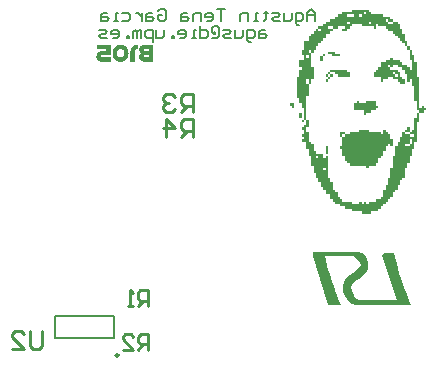
<source format=gbo>
%FSLAX44Y44*%
%MOMM*%
G71*
G01*
G75*
G04 Layer_Color=32896*
%ADD10C,0.2540*%
%ADD11R,0.6500X0.9000*%
%ADD12R,0.8000X0.9000*%
%ADD13C,1.2000*%
%ADD14C,0.8000*%
%ADD15C,0.7000*%
%ADD16C,0.2000*%
%ADD17C,1.4000*%
%ADD18C,2.0000*%
%ADD19R,2.0000X2.0000*%
%ADD20C,1.5240*%
%ADD21R,1.0000X1.0000*%
%ADD22C,1.0000*%
%ADD23C,1.6000*%
%ADD24R,1.6000X1.6000*%
%ADD25C,1.2000*%
%ADD26C,0.8000*%
%ADD27O,0.6000X2.2000*%
%ADD28R,0.9000X0.8000*%
%ADD29C,0.5000*%
%ADD30C,0.2500*%
%ADD31C,0.0250*%
%ADD32C,0.4000*%
%ADD33C,0.1500*%
%ADD34R,0.8000X2.8000*%
%ADD35R,0.8532X1.1032*%
%ADD36R,1.0032X1.1032*%
%ADD37C,1.6032*%
%ADD38C,2.2032*%
%ADD39R,2.2032X2.2032*%
%ADD40C,1.7272*%
%ADD41R,1.2032X1.2032*%
%ADD42C,1.2032*%
%ADD43C,1.8032*%
%ADD44R,1.8032X1.8032*%
%ADD45C,1.4032*%
%ADD46C,1.0032*%
%ADD47O,0.8032X2.4032*%
%ADD48R,1.1032X1.0032*%
G36*
X1178Y229370D02*
X-854D01*
Y233434D01*
X1178D01*
Y229370D01*
D02*
G37*
G36*
X92618Y217178D02*
X88554D01*
Y219210D01*
X90586D01*
Y221242D01*
X92618D01*
Y217178D01*
D02*
G37*
G36*
X72298D02*
X74330D01*
Y215146D01*
X76362D01*
Y211082D01*
X78394D01*
X78394Y204986D01*
X76362Y204986D01*
Y207018D01*
X74330D01*
Y204986D01*
X72298Y204986D01*
Y200922D01*
X70266D01*
Y196858D01*
X68234D01*
X68234Y194826D01*
X66202D01*
Y190762D01*
X64170D01*
Y188730D01*
X58074D01*
Y186698D01*
X56042D01*
X56042Y188730D01*
X41818D01*
Y190762D01*
X39786D01*
Y192794D01*
X37754D01*
X37754Y196858D01*
X35722Y196858D01*
Y202954D01*
X33690Y202954D01*
Y204986D01*
X35722Y204986D01*
Y213114D01*
X37754D01*
Y215146D01*
X41818D01*
X41818Y217178D01*
X49946D01*
Y219210D01*
X58074D01*
X58074Y217178D01*
X68234D01*
X68234Y215146D01*
X70266D01*
Y219210D01*
X72298D01*
Y217178D01*
D02*
G37*
G36*
X49946Y241562D02*
X56042D01*
Y243594D01*
X64170D01*
Y239530D01*
X66202D01*
Y237498D01*
X64170D01*
Y235466D01*
X60106D01*
Y233434D01*
X56042D01*
Y231402D01*
X54010D01*
Y235466D01*
X45882D01*
Y241562D01*
X47914D01*
Y243594D01*
X49946D01*
Y241562D01*
D02*
G37*
G36*
X39786Y267978D02*
X41818D01*
Y263914D01*
X31658D01*
Y265946D01*
X29626D01*
Y267978D01*
X25562D01*
Y270010D01*
X39786D01*
Y267978D01*
D02*
G37*
G36*
X23530Y263914D02*
X25562D01*
Y261882D01*
X23530D01*
Y259850D01*
X21498D01*
Y261882D01*
X23530D01*
Y263914D01*
X21498D01*
Y265946D01*
X23530D01*
Y263914D01*
D02*
G37*
G36*
X-4918Y237498D02*
X-6950D01*
Y239530D01*
X-8982D01*
Y241562D01*
X-4918D01*
Y237498D01*
D02*
G37*
G36*
X-137603Y287440D02*
X-137969Y287416D01*
X-138287Y287391D01*
X-138580Y287342D01*
X-138824Y287269D01*
X-139019Y287196D01*
X-139165Y287147D01*
X-139263Y287123D01*
X-139287Y287098D01*
X-139507Y286952D01*
X-139678Y286805D01*
X-139800Y286635D01*
X-139898Y286464D01*
X-139946Y286317D01*
X-139971Y286195D01*
Y286098D01*
Y286073D01*
Y276700D01*
X-143706D01*
Y286049D01*
X-143681Y286513D01*
X-143632Y286928D01*
X-143535Y287318D01*
X-143437Y287635D01*
X-143339Y287904D01*
X-143242Y288099D01*
X-143193Y288221D01*
X-143168Y288270D01*
X-142949Y288612D01*
X-142729Y288929D01*
X-142485Y289198D01*
X-142265Y289417D01*
X-142070Y289613D01*
X-141924Y289735D01*
X-141826Y289832D01*
X-141777Y289857D01*
X-141460Y290101D01*
X-141118Y290296D01*
X-140776Y290467D01*
X-140483Y290589D01*
X-140215Y290687D01*
X-140020Y290784D01*
X-139873Y290809D01*
X-139849Y290833D01*
X-139824D01*
X-139409Y290955D01*
X-139019Y291028D01*
X-138628Y291102D01*
X-138311Y291126D01*
X-138018Y291150D01*
X-137798Y291175D01*
X-137603D01*
Y287440D01*
D02*
G37*
G36*
X-151443Y291150D02*
X-150906Y291102D01*
X-150394Y291004D01*
X-149906Y290882D01*
X-149466Y290760D01*
X-149075Y290589D01*
X-148709Y290443D01*
X-148368Y290272D01*
X-148075Y290101D01*
X-147831Y289930D01*
X-147611Y289759D01*
X-147440Y289637D01*
X-147294Y289515D01*
X-147196Y289417D01*
X-147147Y289368D01*
X-147123Y289344D01*
X-146830Y288978D01*
X-146561Y288587D01*
X-146317Y288172D01*
X-146122Y287733D01*
X-145951Y287294D01*
X-145805Y286854D01*
X-145707Y286415D01*
X-145609Y285976D01*
X-145536Y285585D01*
X-145463Y285194D01*
X-145438Y284853D01*
X-145390Y284560D01*
Y284316D01*
X-145365Y284121D01*
Y284023D01*
Y283974D01*
Y283901D01*
X-145390Y283242D01*
X-145438Y282631D01*
X-145536Y282070D01*
X-145658Y281533D01*
X-145805Y281021D01*
X-145976Y280557D01*
X-146171Y280142D01*
X-146415Y279727D01*
X-146635Y279385D01*
X-146903Y279043D01*
X-147172Y278726D01*
X-147465Y278458D01*
X-147757Y278213D01*
X-148075Y277994D01*
X-148685Y277603D01*
X-149295Y277310D01*
X-149906Y277091D01*
X-150467Y276920D01*
X-150979Y276822D01*
X-151394Y276749D01*
X-151565Y276724D01*
X-151712D01*
X-151834Y276700D01*
X-152151D01*
X-152761Y276724D01*
X-153323Y276773D01*
X-153860Y276871D01*
X-154348Y277017D01*
X-154812Y277164D01*
X-155227Y277359D01*
X-155617Y277579D01*
X-155983Y277823D01*
X-156325Y278091D01*
X-156643Y278360D01*
X-156911Y278677D01*
X-157179Y278970D01*
X-157619Y279629D01*
X-157961Y280313D01*
X-158229Y280972D01*
X-158449Y281631D01*
X-158595Y282241D01*
X-158693Y282778D01*
X-158717Y283022D01*
X-158742Y283242D01*
X-158766Y283437D01*
X-158791Y283584D01*
Y283730D01*
Y283828D01*
Y283876D01*
Y283901D01*
Y283974D01*
X-158766Y284633D01*
X-158717Y285243D01*
X-158620Y285805D01*
X-158498Y286342D01*
X-158327Y286854D01*
X-158156Y287318D01*
X-157961Y287733D01*
X-157741Y288148D01*
X-157497Y288490D01*
X-157228Y288832D01*
X-156960Y289149D01*
X-156667Y289417D01*
X-156374Y289661D01*
X-156057Y289905D01*
X-155446Y290272D01*
X-154812Y290564D01*
X-154226Y290784D01*
X-153665Y290955D01*
X-153152Y291053D01*
X-152737Y291126D01*
X-152566Y291150D01*
X-152420D01*
X-152298Y291175D01*
X-152029D01*
X-151443Y291150D01*
D02*
G37*
G36*
X-160475Y282094D02*
X-168115D01*
X-168335Y282046D01*
X-168481Y281972D01*
X-168603Y281899D01*
X-168627Y281850D01*
X-168750Y281655D01*
X-168798Y281460D01*
X-168823Y281313D01*
Y281289D01*
Y281265D01*
X-168798Y281045D01*
X-168725Y280874D01*
X-168652Y280752D01*
X-168627Y280728D01*
Y280703D01*
X-168554Y280606D01*
X-168457Y280557D01*
X-168310Y280459D01*
X-168164Y280435D01*
X-160475D01*
Y276700D01*
X-168115D01*
X-168481Y276724D01*
X-168798Y276749D01*
X-169116Y276798D01*
X-169384Y276871D01*
X-169604Y276944D01*
X-169775Y276993D01*
X-169872Y277017D01*
X-169921Y277042D01*
X-170214Y277188D01*
X-170483Y277335D01*
X-170727Y277505D01*
X-170946Y277652D01*
X-171117Y277774D01*
X-171239Y277896D01*
X-171313Y277969D01*
X-171337Y277994D01*
X-171557Y278238D01*
X-171728Y278482D01*
X-171874Y278726D01*
X-172020Y278970D01*
X-172118Y279165D01*
X-172191Y279312D01*
X-172216Y279434D01*
X-172240Y279458D01*
X-172338Y279776D01*
X-172435Y280093D01*
X-172484Y280386D01*
X-172509Y280679D01*
X-172533Y280923D01*
X-172557Y281094D01*
Y281216D01*
Y281265D01*
Y281655D01*
X-172509Y281997D01*
X-172386Y282656D01*
X-172191Y283217D01*
X-171996Y283706D01*
X-171898Y283901D01*
X-171801Y284072D01*
X-171703Y284242D01*
X-171605Y284365D01*
X-171532Y284462D01*
X-171483Y284535D01*
X-171459Y284560D01*
X-171435Y284584D01*
X-171215Y284804D01*
X-170971Y284999D01*
X-170702Y285170D01*
X-170434Y285317D01*
X-169897Y285536D01*
X-169360Y285683D01*
X-168872Y285756D01*
X-168652Y285780D01*
X-168481Y285805D01*
X-168335Y285829D01*
X-164234D01*
Y287440D01*
X-172069D01*
Y291175D01*
X-160475D01*
Y282094D01*
D02*
G37*
G36*
X-124300Y276700D02*
X-131525D01*
X-131989Y276724D01*
X-132428Y276749D01*
X-132819Y276822D01*
X-133136Y276895D01*
X-133405Y276944D01*
X-133600Y277017D01*
X-133722Y277042D01*
X-133771Y277066D01*
X-134113Y277213D01*
X-134405Y277359D01*
X-134650Y277530D01*
X-134869Y277676D01*
X-135040Y277823D01*
X-135162Y277920D01*
X-135235Y277994D01*
X-135260Y278018D01*
X-135455Y278262D01*
X-135626Y278482D01*
X-135772Y278702D01*
X-135894Y278921D01*
X-135968Y279092D01*
X-136041Y279239D01*
X-136090Y279336D01*
Y279361D01*
X-136187Y279653D01*
X-136236Y279922D01*
X-136285Y280166D01*
X-136334Y280386D01*
Y280581D01*
X-136358Y280728D01*
Y280825D01*
Y280850D01*
X-136334Y281118D01*
X-136309Y281387D01*
X-136285Y281484D01*
Y281558D01*
X-136261Y281606D01*
Y281631D01*
X-136163Y281948D01*
X-136065Y282216D01*
X-136017Y282339D01*
X-135992Y282412D01*
X-135943Y282461D01*
Y282485D01*
X-135772Y282802D01*
X-135626Y283071D01*
X-135553Y283169D01*
X-135479Y283242D01*
X-135455Y283291D01*
X-135431Y283315D01*
X-135187Y283584D01*
X-134943Y283803D01*
X-134820Y283876D01*
X-134747Y283950D01*
X-134698Y283974D01*
X-134674Y283998D01*
X-134967Y284218D01*
X-135211Y284438D01*
X-135309Y284535D01*
X-135382Y284609D01*
X-135406Y284633D01*
X-135431Y284657D01*
X-135650Y284950D01*
X-135797Y285219D01*
X-135846Y285317D01*
X-135894Y285390D01*
X-135919Y285439D01*
Y285463D01*
X-136041Y285756D01*
X-136114Y286024D01*
X-136139Y286122D01*
Y286195D01*
X-136163Y286244D01*
Y286269D01*
X-136212Y286561D01*
X-136236Y286805D01*
Y286903D01*
Y286976D01*
Y287001D01*
Y287025D01*
X-136212Y287367D01*
X-136187Y287709D01*
X-136114Y288002D01*
X-136065Y288246D01*
X-135992Y288465D01*
X-135919Y288612D01*
X-135894Y288734D01*
X-135870Y288758D01*
X-135724Y289027D01*
X-135577Y289295D01*
X-135431Y289515D01*
X-135260Y289710D01*
X-135138Y289857D01*
X-135016Y289954D01*
X-134943Y290028D01*
X-134918Y290052D01*
X-134674Y290247D01*
X-134430Y290418D01*
X-134186Y290540D01*
X-133942Y290662D01*
X-133746Y290760D01*
X-133576Y290833D01*
X-133478Y290858D01*
X-133429Y290882D01*
X-133112Y290979D01*
X-132770Y291053D01*
X-132453Y291102D01*
X-132160Y291150D01*
X-131891D01*
X-131696Y291175D01*
X-124300D01*
Y276700D01*
D02*
G37*
G36*
X37754Y215146D02*
X35722D01*
Y213114D01*
X33690D01*
Y217178D01*
X37754D01*
Y215146D01*
D02*
G37*
G36*
X23530Y198890D02*
X21498D01*
Y204986D01*
X23530D01*
Y198890D01*
D02*
G37*
G36*
X52070Y114955D02*
X53662Y113693D01*
X55338Y112017D01*
X57432Y106152D01*
X57470Y102355D01*
X56385Y99031D01*
X49892Y93166D01*
X46121Y91490D01*
X44446Y89605D01*
Y89396D01*
X44391D01*
X43398Y85625D01*
X44446Y81227D01*
X46121Y76409D01*
X49892Y74733D01*
X81928D01*
X75570Y94155D01*
X69403Y113109D01*
X71497Y114785D01*
X79038D01*
X82808Y101798D01*
X83970Y97755D01*
X84670Y95755D01*
X85270Y93855D01*
X89130Y82274D01*
X89270D01*
Y81855D01*
X92024Y74988D01*
X93040Y72639D01*
X93970Y71055D01*
X93040Y71122D01*
Y70963D01*
X46121D01*
X42351Y72639D01*
X39270Y75455D01*
X36970Y80055D01*
X36470Y82355D01*
X36170Y85155D01*
X36270Y88155D01*
X36970Y89755D01*
X37770Y91855D01*
X40676Y95260D01*
X44446Y97983D01*
X51567Y104477D01*
X50170Y108355D01*
X45641Y112017D01*
X20635D01*
X23919Y100706D01*
X25081Y96663D01*
X25781Y94663D01*
X26381Y92763D01*
X29319Y83950D01*
X29365D01*
Y83811D01*
X30381Y80763D01*
X33135Y73896D01*
X34881Y70863D01*
X23881D01*
X16681Y93063D01*
X10513Y112017D01*
Y112436D01*
Y112855D01*
Y113274D01*
Y113693D01*
Y114112D01*
Y114531D01*
Y114950D01*
Y115368D01*
Y115787D01*
X49892D01*
X52070Y114955D01*
D02*
G37*
G36*
X21230Y281206D02*
X19198D01*
Y277142D01*
X17166D01*
Y281206D01*
X19198D01*
Y283238D01*
X21230D01*
Y281206D01*
D02*
G37*
G36*
X29358Y283238D02*
X33422D01*
Y281206D01*
X27326D01*
Y283238D01*
X23262D01*
Y285270D01*
X29358D01*
Y283238D01*
D02*
G37*
G36*
X58074Y318778D02*
X60106D01*
Y316746D01*
X70266D01*
Y314714D01*
X76362D01*
Y312682D01*
X78394D01*
Y310650D01*
X82458D01*
Y308618D01*
X84490D01*
Y304554D01*
X86522D01*
Y300490D01*
X88554D01*
Y294394D01*
X90586D01*
Y290330D01*
X92618D01*
Y286266D01*
X94650D01*
Y282202D01*
X96682D01*
Y276106D01*
X98714D01*
Y263914D01*
X100746D01*
Y237498D01*
X102778D01*
Y239530D01*
X104810D01*
Y237498D01*
X106842D01*
Y235466D01*
X104810D01*
Y233434D01*
X100746D01*
Y235466D01*
X98714D01*
Y243594D01*
X96682D01*
Y255786D01*
X94650D01*
Y261882D01*
X92618D01*
Y259850D01*
X90586D01*
Y265946D01*
X88554D01*
Y270010D01*
X86522D01*
Y272042D01*
X82458D01*
Y274074D01*
X78394D01*
Y272042D01*
X76362D01*
Y270010D01*
X82458D01*
Y267978D01*
X84490D01*
Y263914D01*
X86522D01*
Y261882D01*
X88554D01*
Y257818D01*
X84490D01*
Y259850D01*
X82458D01*
Y261882D01*
X78394D01*
Y263914D01*
X74330D01*
Y261882D01*
X70266D01*
Y259850D01*
X68234D01*
Y263914D01*
X62138D01*
Y267978D01*
X64170D01*
Y270010D01*
X66202D01*
Y272042D01*
X68234D01*
Y276106D01*
X72298D01*
Y278138D01*
X76362D01*
Y280170D01*
X78394D01*
Y278138D01*
X84490D01*
Y276106D01*
X86522D01*
Y274074D01*
X90586D01*
Y272042D01*
X92618D01*
Y270010D01*
X94650D01*
Y278138D01*
X92618D01*
Y286266D01*
X90586D01*
Y290330D01*
X88554D01*
Y292362D01*
X86522D01*
Y294394D01*
X84490D01*
Y296426D01*
X82458D01*
Y298458D01*
X80426D01*
Y300490D01*
X78394D01*
Y302522D01*
X74330D01*
Y304554D01*
X72298D01*
Y306586D01*
X66202D01*
Y308618D01*
X64170D01*
Y304554D01*
X62138D01*
Y306586D01*
X51978D01*
Y308618D01*
X43850D01*
Y306586D01*
X41818D01*
Y304554D01*
X39786D01*
Y302522D01*
X35722D01*
Y304554D01*
X37754D01*
Y306586D01*
X31658D01*
Y304554D01*
X27594D01*
Y306586D01*
X23530D01*
Y304554D01*
X27594D01*
Y302522D01*
X25562D01*
Y300490D01*
X21498D01*
Y296426D01*
X19466D01*
Y294394D01*
X17434D01*
Y292362D01*
X15402D01*
Y290330D01*
X13370D01*
Y286266D01*
X11338D01*
Y284234D01*
X9306D01*
Y272042D01*
X11338D01*
Y261882D01*
X9306D01*
Y257818D01*
X7274D01*
Y259850D01*
Y261882D01*
X5242D01*
Y259850D01*
Y257818D01*
X7274D01*
Y247658D01*
X5242D01*
Y227338D01*
X7274D01*
Y221242D01*
X5242D01*
Y217178D01*
X7274D01*
Y209050D01*
X9306D01*
Y207018D01*
X11338D01*
Y200922D01*
X13370D01*
Y198890D01*
X19466D01*
Y194826D01*
X21498D01*
Y196858D01*
X23530D01*
Y178570D01*
X25562D01*
Y174506D01*
X27594D01*
Y168410D01*
X29626D01*
Y166378D01*
X31658D01*
Y162314D01*
X33690D01*
Y160282D01*
X35722D01*
Y158250D01*
X43850D01*
Y156218D01*
X49946D01*
Y158250D01*
X51978D01*
Y156218D01*
X54010D01*
Y158250D01*
X56042D01*
Y156218D01*
X58074D01*
Y158250D01*
X64170D01*
Y160282D01*
X68234D01*
Y162314D01*
X70266D01*
Y168410D01*
X72298D01*
Y172474D01*
X74330D01*
Y178570D01*
X76362D01*
Y186698D01*
X78394D01*
Y196858D01*
X80426D01*
Y204986D01*
X82458D01*
Y209050D01*
X84490D01*
Y213114D01*
X86522D01*
Y217178D01*
X88554D01*
Y215146D01*
X92618D01*
Y213114D01*
X96682D01*
Y215146D01*
X92618D01*
Y217178D01*
X94650D01*
Y219210D01*
X96682D01*
Y229370D01*
X98714D01*
Y233434D01*
X100746D01*
Y225306D01*
X98714D01*
Y209050D01*
X96682D01*
Y202954D01*
X94650D01*
Y196858D01*
X92618D01*
Y190762D01*
X90586D01*
Y186698D01*
X88554D01*
Y178570D01*
X86522D01*
Y176538D01*
X84490D01*
Y172474D01*
X82458D01*
Y168410D01*
X80426D01*
Y166378D01*
X78394D01*
Y162314D01*
X76362D01*
Y160282D01*
X74330D01*
Y158250D01*
X72298D01*
Y156218D01*
X70266D01*
Y154186D01*
X68234D01*
Y152154D01*
X66202D01*
Y150122D01*
X60106D01*
Y148090D01*
X51978D01*
Y150122D01*
X43850D01*
Y152154D01*
X37754D01*
Y154186D01*
X33690D01*
Y156218D01*
X29626D01*
Y158250D01*
X27594D01*
Y160282D01*
X25562D01*
Y164346D01*
X21498D01*
Y168410D01*
X19466D01*
Y170442D01*
X17434D01*
Y174506D01*
X15402D01*
Y178570D01*
X13370D01*
Y182634D01*
X11338D01*
Y188730D01*
X9306D01*
Y196858D01*
X7274D01*
Y202954D01*
X5242D01*
Y209050D01*
X1178D01*
Y211082D01*
X3210D01*
Y213114D01*
X1178D01*
Y215146D01*
X3210D01*
Y219210D01*
X1178D01*
Y221242D01*
X3210D01*
Y223274D01*
X5242D01*
Y227338D01*
X3210D01*
Y225306D01*
X1178D01*
Y227338D01*
X3210D01*
Y237498D01*
X1178D01*
Y241562D01*
X-854D01*
Y245626D01*
X-2886D01*
Y263914D01*
X-854D01*
Y270010D01*
X1178D01*
Y272042D01*
X-854D01*
Y278138D01*
X3210D01*
Y282202D01*
X1178D01*
Y286266D01*
X3210D01*
Y294394D01*
X7274D01*
Y298458D01*
X9306D01*
Y300490D01*
X11338D01*
Y302522D01*
X13370D01*
Y304554D01*
X15402D01*
Y302522D01*
X17434D01*
Y304554D01*
X15402D01*
Y306586D01*
X19466D01*
Y308618D01*
X21498D01*
Y310650D01*
X25562D01*
Y312682D01*
X29626D01*
Y314714D01*
X31658D01*
Y316746D01*
X35722D01*
Y318778D01*
X43850D01*
Y320810D01*
X58074D01*
Y318778D01*
D02*
G37*
G36*
X25562Y265946D02*
X27594D01*
Y263914D01*
X25562D01*
Y265946D01*
X23530D01*
Y267978D01*
X25562D01*
Y265946D01*
D02*
G37*
%LPC*%
G36*
X-128035Y282119D02*
X-131867D01*
X-132087Y282070D01*
X-132257Y281997D01*
X-132355Y281924D01*
X-132404Y281875D01*
X-132526Y281679D01*
X-132599Y281509D01*
X-132624Y281362D01*
Y281338D01*
Y281313D01*
X-132599Y281143D01*
X-132575Y280996D01*
X-132550Y280898D01*
X-132526Y280874D01*
X-132453Y280752D01*
X-132380Y280679D01*
X-132306Y280630D01*
X-132282Y280606D01*
X-132111Y280508D01*
X-132062Y280459D01*
X-132038D01*
X-131891Y280435D01*
X-128035D01*
Y282119D01*
D02*
G37*
G36*
X-151394Y287440D02*
X-152712D01*
X-153127Y287416D01*
X-153494Y287318D01*
X-153787Y287172D01*
X-154031Y287025D01*
X-154226Y286854D01*
X-154372Y286732D01*
X-154446Y286635D01*
X-154470Y286586D01*
X-154568Y286415D01*
X-154665Y286244D01*
X-154812Y285805D01*
X-154909Y285365D01*
X-154983Y284926D01*
X-155031Y284511D01*
Y284340D01*
X-155056Y284194D01*
Y284047D01*
Y283950D01*
Y283901D01*
Y283876D01*
Y283730D01*
X-155031Y283144D01*
X-154958Y282631D01*
X-154836Y282192D01*
X-154690Y281826D01*
X-154519Y281509D01*
X-154324Y281240D01*
X-154104Y281021D01*
X-153909Y280850D01*
X-153689Y280703D01*
X-153469Y280606D01*
X-153274Y280532D01*
X-153103Y280483D01*
X-152957Y280459D01*
X-152835Y280435D01*
X-151419D01*
X-151004Y280483D01*
X-150662Y280581D01*
X-150345Y280728D01*
X-150076Y280947D01*
X-149857Y281191D01*
X-149661Y281484D01*
X-149515Y281777D01*
X-149393Y282094D01*
X-149295Y282387D01*
X-149222Y282680D01*
X-149173Y282973D01*
X-149149Y283217D01*
X-149124Y283437D01*
X-149100Y283584D01*
Y283706D01*
Y283730D01*
Y283876D01*
Y284218D01*
X-149124Y284535D01*
X-149198Y285097D01*
X-149295Y285561D01*
X-149393Y285927D01*
X-149490Y286220D01*
X-149588Y286439D01*
X-149661Y286537D01*
X-149686Y286586D01*
X-149930Y286879D01*
X-150198Y287074D01*
X-150491Y287220D01*
X-150784Y287342D01*
X-151053Y287391D01*
X-151248Y287416D01*
X-151394Y287440D01*
D02*
G37*
G36*
X-128035D02*
X-131867D01*
X-132087Y287391D01*
X-132257Y287318D01*
X-132355Y287245D01*
X-132404Y287196D01*
X-132526Y287001D01*
X-132599Y286830D01*
X-132624Y286708D01*
Y286683D01*
Y286659D01*
X-132599Y286415D01*
X-132526Y286220D01*
X-132428Y286122D01*
X-132404Y286073D01*
X-132233Y285951D01*
X-132062Y285878D01*
X-131916Y285854D01*
X-128035D01*
Y287440D01*
D02*
G37*
G36*
X60106Y310650D02*
X58074D01*
Y308618D01*
X60106D01*
Y310650D01*
D02*
G37*
G36*
X45882Y316746D02*
X39786D01*
Y314714D01*
X45882D01*
Y316746D01*
D02*
G37*
G36*
X51978D02*
X49946D01*
Y314714D01*
X51978D01*
Y316746D01*
D02*
G37*
G36*
X74330Y312682D02*
X72298D01*
Y310650D01*
X74330D01*
Y308618D01*
X78394D01*
Y310650D01*
X74330D01*
Y312682D01*
D02*
G37*
G36*
X56042Y318778D02*
X54010D01*
Y316746D01*
X56042D01*
Y318778D01*
D02*
G37*
G36*
X21498Y186698D02*
X19466D01*
Y184666D01*
X21498D01*
Y186698D01*
D02*
G37*
G36*
X7274Y282202D02*
X5242D01*
Y280170D01*
X7274D01*
Y282202D01*
D02*
G37*
G36*
X9306Y286266D02*
X7274D01*
Y284234D01*
X9306D01*
Y286266D01*
D02*
G37*
G36*
X80426Y267978D02*
X78394D01*
Y265946D01*
X80426D01*
Y263914D01*
X82458D01*
Y265946D01*
X80426D01*
Y267978D01*
D02*
G37*
G36*
X76362Y274074D02*
X74330D01*
Y272042D01*
X76362D01*
Y274074D01*
D02*
G37*
G36*
X41818Y310650D02*
X39786D01*
Y308618D01*
X41818D01*
Y310650D01*
D02*
G37*
G36*
X15402Y196858D02*
X13370D01*
Y194826D01*
X15402D01*
Y196858D01*
D02*
G37*
G36*
X94650Y211082D02*
X92618D01*
Y209050D01*
Y207018D01*
X94650D01*
Y209050D01*
Y211082D01*
D02*
G37*
G36*
X92618Y207018D02*
X88554D01*
Y204986D01*
X92618D01*
Y207018D01*
D02*
G37*
%LPD*%
D10*
X-218700Y49135D02*
Y36439D01*
X-221239Y33900D01*
X-226318D01*
X-228857Y36439D01*
Y49135D01*
X-244092Y33900D02*
X-233935D01*
X-244092Y44057D01*
Y46596D01*
X-241553Y49135D01*
X-236474D01*
X-233935Y46596D01*
X-90570Y213050D02*
Y228285D01*
X-98188D01*
X-100727Y225746D01*
Y220667D01*
X-98188Y218128D01*
X-90570D01*
X-95648D02*
X-100727Y213050D01*
X-113423D02*
Y228285D01*
X-105805Y220667D01*
X-115962D01*
X-90370Y234150D02*
Y249385D01*
X-97987D01*
X-100527Y246846D01*
Y241768D01*
X-97987Y239228D01*
X-90370D01*
X-95448D02*
X-100527Y234150D01*
X-105605Y246846D02*
X-108144Y249385D01*
X-113223D01*
X-115762Y246846D01*
Y244307D01*
X-113223Y241768D01*
X-110683D01*
X-113223D01*
X-115762Y239228D01*
Y236689D01*
X-113223Y234150D01*
X-108144D01*
X-105605Y236689D01*
X-128800Y70200D02*
Y83196D01*
X-135298D01*
X-137464Y81030D01*
Y76698D01*
X-135298Y74532D01*
X-128800D01*
X-133132D02*
X-137464Y70200D01*
X-141796D02*
X-146128D01*
X-143962D01*
Y83196D01*
X-141796Y81030D01*
X-128500Y33100D02*
Y46096D01*
X-134998D01*
X-137164Y43930D01*
Y39598D01*
X-134998Y37432D01*
X-128500D01*
X-132832D02*
X-137164Y33100D01*
X-150160D02*
X-141496D01*
X-150160Y41764D01*
Y43930D01*
X-147994Y46096D01*
X-143662D01*
X-141496Y43930D01*
D16*
X-207600Y43200D02*
X-157600D01*
X-207600Y61200D02*
X-157600D01*
Y43200D02*
Y61200D01*
X-207600Y43200D02*
Y61200D01*
X-30066Y303365D02*
X-33398D01*
X-35064Y301698D01*
Y296700D01*
X-30066D01*
X-28400Y298366D01*
X-30066Y300032D01*
X-35064D01*
X-41729Y293368D02*
X-43395D01*
X-45061Y295034D01*
Y303365D01*
X-40063D01*
X-38397Y301698D01*
Y298366D01*
X-40063Y296700D01*
X-45061D01*
X-48394Y303365D02*
Y298366D01*
X-50060Y296700D01*
X-55058D01*
Y303365D01*
X-58390Y296700D02*
X-63389D01*
X-65055Y298366D01*
X-63389Y300032D01*
X-60057D01*
X-58390Y301698D01*
X-60057Y303365D01*
X-65055D01*
X-73386Y300032D02*
Y301698D01*
X-71719D01*
Y300032D01*
X-73386D01*
X-75052Y301698D01*
Y305031D01*
X-73386Y306697D01*
X-70053D01*
X-68387Y305031D01*
Y298366D01*
X-70053Y296700D01*
X-75052D01*
X-85048Y306697D02*
Y296700D01*
X-80050D01*
X-78384Y298366D01*
Y301698D01*
X-80050Y303365D01*
X-85048D01*
X-88381Y296700D02*
X-91713D01*
X-90047D01*
Y303365D01*
X-88381D01*
X-101710Y296700D02*
X-98378D01*
X-96711Y298366D01*
Y301698D01*
X-98378Y303365D01*
X-101710D01*
X-103376Y301698D01*
Y300032D01*
X-96711D01*
X-106708Y296700D02*
Y298366D01*
X-108374D01*
Y296700D01*
X-106708D01*
X-115039Y303365D02*
Y298366D01*
X-116705Y296700D01*
X-121703D01*
Y303365D01*
X-125035Y293368D02*
Y303365D01*
X-130034D01*
X-131700Y301698D01*
Y298366D01*
X-130034Y296700D01*
X-125035D01*
X-135032D02*
Y303365D01*
X-136698D01*
X-138364Y301698D01*
Y296700D01*
Y301698D01*
X-140031Y303365D01*
X-141697Y301698D01*
Y296700D01*
X-145029D02*
Y298366D01*
X-146695D01*
Y296700D01*
X-145029D01*
X-158358D02*
X-155026D01*
X-153360Y298366D01*
Y301698D01*
X-155026Y303365D01*
X-158358D01*
X-160024Y301698D01*
Y300032D01*
X-153360D01*
X-163356Y296700D02*
X-168355D01*
X-170021Y298366D01*
X-168355Y300032D01*
X-165023D01*
X-163356Y301698D01*
X-165023Y303365D01*
X-170021D01*
X12700Y311000D02*
Y317665D01*
X9368Y320997D01*
X6036Y317665D01*
Y311000D01*
Y315998D01*
X12700D01*
X-629Y307668D02*
X-2295D01*
X-3961Y309334D01*
Y317665D01*
X1037D01*
X2703Y315998D01*
Y312666D01*
X1037Y311000D01*
X-3961D01*
X-7294Y317665D02*
Y312666D01*
X-8960Y311000D01*
X-13958D01*
Y317665D01*
X-17290Y311000D02*
X-22289D01*
X-23955Y312666D01*
X-22289Y314332D01*
X-18957D01*
X-17290Y315998D01*
X-18957Y317665D01*
X-23955D01*
X-28953Y319331D02*
Y317665D01*
X-27287D01*
X-30619D01*
X-28953D01*
Y312666D01*
X-30619Y311000D01*
X-35618D02*
X-38950D01*
X-37284D01*
Y317665D01*
X-35618D01*
X-43948Y311000D02*
Y317665D01*
X-48947D01*
X-50613Y315998D01*
Y311000D01*
X-63942Y320997D02*
X-70606D01*
X-67274D01*
Y311000D01*
X-78937D02*
X-75605D01*
X-73939Y312666D01*
Y315998D01*
X-75605Y317665D01*
X-78937D01*
X-80603Y315998D01*
Y314332D01*
X-73939D01*
X-83935Y311000D02*
Y317665D01*
X-88934D01*
X-90600Y315998D01*
Y311000D01*
X-95598Y317665D02*
X-98931D01*
X-100597Y315998D01*
Y311000D01*
X-95598D01*
X-93932Y312666D01*
X-95598Y314332D01*
X-100597D01*
X-120590Y319331D02*
X-118924Y320997D01*
X-115592D01*
X-113926Y319331D01*
Y312666D01*
X-115592Y311000D01*
X-118924D01*
X-120590Y312666D01*
Y315998D01*
X-117258D01*
X-125589Y317665D02*
X-128921D01*
X-130587Y315998D01*
Y311000D01*
X-125589D01*
X-123923Y312666D01*
X-125589Y314332D01*
X-130587D01*
X-133919Y317665D02*
Y311000D01*
Y314332D01*
X-135586Y315998D01*
X-137252Y317665D01*
X-138918D01*
X-150581D02*
X-145582D01*
X-143916Y315998D01*
Y312666D01*
X-145582Y311000D01*
X-150581D01*
X-153913D02*
X-157245D01*
X-155579D01*
Y317665D01*
X-153913D01*
X-163910D02*
X-167242D01*
X-168908Y315998D01*
Y311000D01*
X-163910D01*
X-162244Y312666D01*
X-163910Y314332D01*
X-168908D01*
D30*
X-153800Y28200D02*
G03*
X-153800Y28200I-1250J0D01*
G01*
M02*

</source>
